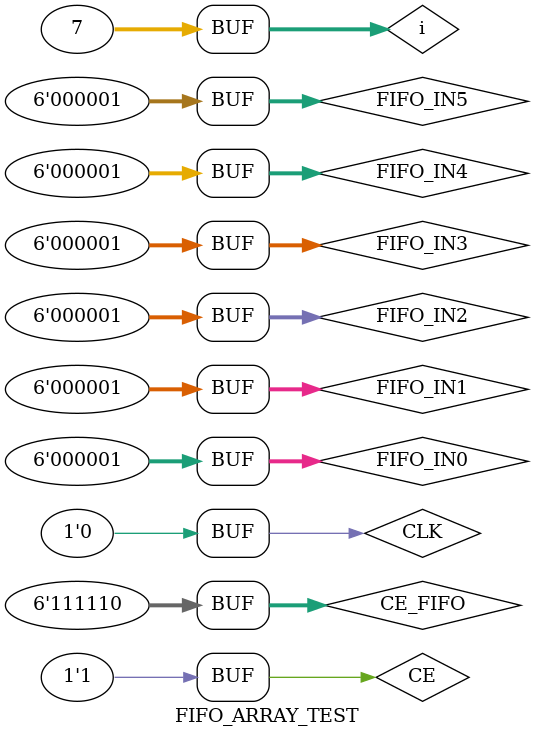
<source format=v>
`timescale 1ns / 1ps


module FIFO_ARRAY_TEST;
    parameter REG_SIZE = 6;
    parameter ARRAY_SIZE = 7;
    
    reg [REG_SIZE-1:0] FIFO_IN0;
    reg [REG_SIZE-1:0] FIFO_IN1;
    reg [REG_SIZE-1:0] FIFO_IN2;
    reg [REG_SIZE-1:0] FIFO_IN3;
    reg [REG_SIZE-1:0] FIFO_IN4;
    reg [REG_SIZE-1:0] FIFO_IN5;
    
    reg [ARRAY_SIZE-2:0] CE_FIFO;
    reg CE;
    reg CLK;
    
    wire [REG_SIZE-1:0] FIFO_OUT0;
    wire [REG_SIZE-1:0] FIFO_OUT1;
    wire [REG_SIZE-1:0] FIFO_OUT2;
    wire [REG_SIZE-1:0] FIFO_OUT3;
    wire [REG_SIZE-1:0] FIFO_OUT4;
    wire [REG_SIZE-1:0] FIFO_OUT5;
    
    integer i;
    initial
    begin
        FIFO_IN0 = 6'b1;
        FIFO_IN1 = 6'b1;
        FIFO_IN2 = 6'b1;
        FIFO_IN3 = 6'b1;
        FIFO_IN4 = 6'b1;
        FIFO_IN5 = 6'b1;
        
        CE_FIFO = 6'b111110;
        CE = 1'b1;
        CLK = 1'b0;
        
        for(i=0;i<7;i=i+1)
        begin
            #100
            CLK = !CLK;
            #100
            CLK = !CLK;
        end
    end
    
    FIFO_ARRAY uut(
        FIFO_IN0,
        FIFO_IN1,
        FIFO_IN2,
        FIFO_IN3,
        FIFO_IN4,
        FIFO_IN5,
        
        FIFO_OUT0,
        FIFO_OUT1,
        FIFO_OUT2,
        FIFO_OUT3,
        FIFO_OUT4,
        FIFO_OUT5,
        
        CE_FIFO,
        CE,
        CLK
        );
    
endmodule

</source>
